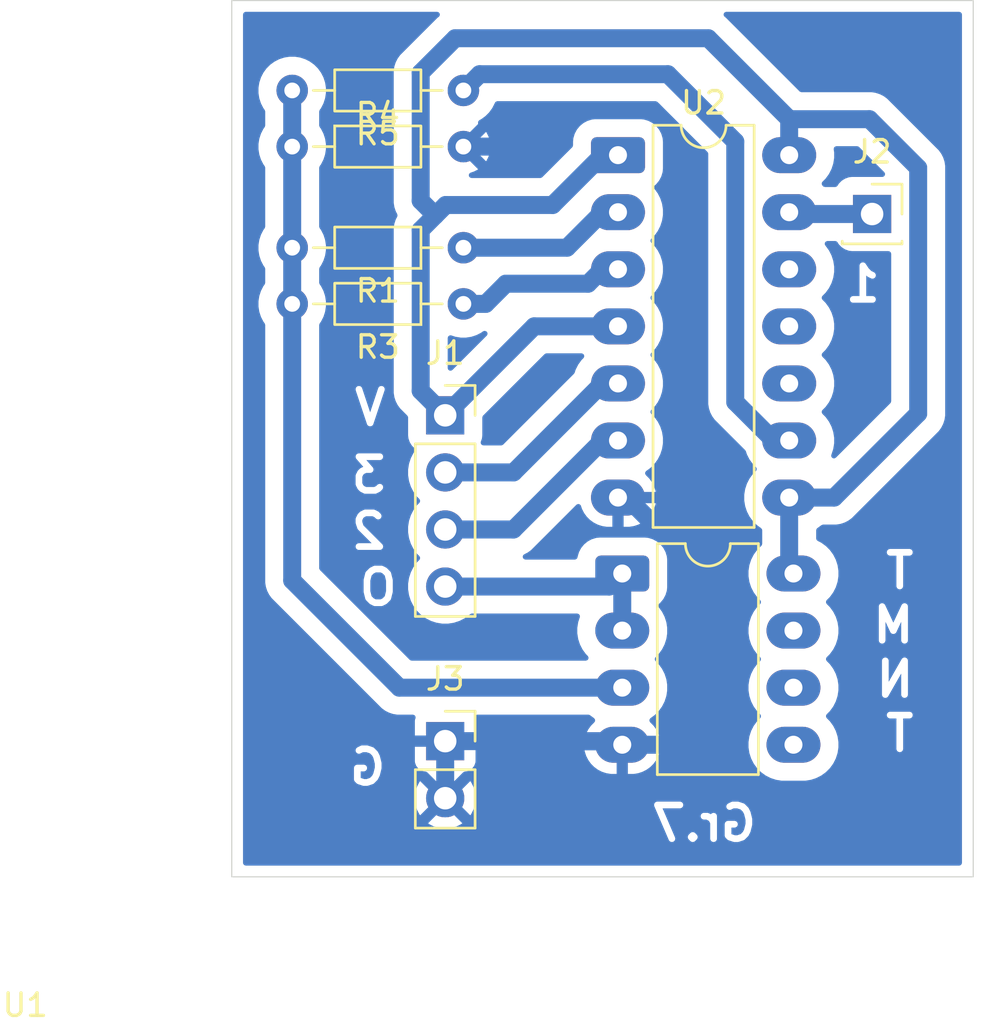
<source format=kicad_pcb>
(kicad_pcb (version 20241229) (generator "pcbnew") (generator_version "9.0")
  (layers (0 "F.Cu" signal) (2 "B.Cu" signal) (13 "F.Paste" user) (15 "B.Paste" user) (5 "F.SilkS" user "F.Silkscreen") (7 "B.SilkS" user "B.Silkscreen") (1 "F.Mask" user) (3 "B.Mask" user) (25 "Edge.Cuts" user))
  (net 0 "")
  (net 1 "/Vo")
  (net 2 "/C3")
  (net 3 "VCC")
  (net 4 "/C2")
  (net 5 "GND")
  (net 6 "/C1")
  (net 7 "Net-(U1A-+)")
  (net 8 "Net-(R1-Pad1)")
  (net 9 "Net-(R3-Pad1)")
  (net 10 "Net-(R5-Pad1)")
  (footprint "Package_DIP:DIP-8_W7.62mm_LongPads" (layer "F.Cu") (at 134.38 105.5)
    (property "Reference" "U1" (at -26.57 19.21 0) (layer "F.SilkS"))
    (property "Value" "MCP6002-xP")
    (fp_line (start 1.56 -1.33) (end 1.56 8.95) (stroke (width 0.12)) (layer "F.SilkS"))
    (fp_line (start 1.56 8.95) (end 6.06 8.95) (stroke (width 0.12)) (layer "F.SilkS"))
    (fp_line (start 2.81 -1.33) (end 1.56 -1.33) (stroke (width 0.12)) (layer "F.SilkS"))
    (fp_line (start 6.06 -1.33) (end 4.81 -1.33) (stroke (width 0.12)) (layer "F.SilkS"))
    (fp_line (start 6.06 8.95) (end 6.06 -1.33) (stroke (width 0.12)) (layer "F.SilkS"))
    (fp_arc (start 4.81 -1.33) (mid 3.81 -0.33) (end 2.81 -1.33) (stroke (width 0.12)) (layer "F.SilkS"))
    (pad "1" thru_hole roundrect (at 0 0) (size 2.4 1.6) (drill 0.8) (layers "*.Cu" "*.Mask") (roundrect_rratio 0.15625) (net 1 "/Vo"))
    (pad "2" thru_hole oval (at 0 2.54) (size 2.4 1.6) (drill 0.8) (layers "*.Cu" "*.Mask") (net 1 "/Vo"))
    (pad "3" thru_hole oval (at 0 5.08) (size 2.4 1.6) (drill 0.8) (layers "*.Cu" "*.Mask") (net 7 "Net-(U1A-+)"))
    (pad "4" thru_hole oval (at 0 7.62) (size 2.4 1.6) (drill 0.8) (layers "*.Cu" "*.Mask") (net 5 "GND"))
    (pad "5" thru_hole oval (at 7.62 7.62) (size 2.4 1.6) (drill 0.8) (layers "*.Cu" "*.Mask"))
    (pad "6" thru_hole oval (at 7.62 5.08) (size 2.4 1.6) (drill 0.8) (layers "*.Cu" "*.Mask"))
    (pad "7" thru_hole oval (at 7.62 2.54) (size 2.4 1.6) (drill 0.8) (layers "*.Cu" "*.Mask"))
    (pad "8" thru_hole oval (at 7.62 0) (size 2.4 1.6) (drill 0.8) (layers "*.Cu" "*.Mask") (net 3 "VCC"))
  )
  (footprint "Resistor_THT:R_Axial_DIN0204_L3.6mm_D1.6mm_P7.62mm_Horizontal" (layer "F.Cu") (at 127.31 84 180)
    (property "Reference" "R5" (at 3.81 -1.92 0) (layer "F.SilkS"))
    (property "Value" "32K4")
    (fp_line (start 6.68 0) (end 5.73 0) (stroke (width 0.12)) (layer "F.SilkS"))
    (fp_line (start 0.94 0) (end 1.89 0) (stroke (width 0.12)) (layer "F.SilkS"))
    (fp_rect (start 1.89 -0.92) (end 5.73 0.92) (stroke (width 0.12)) (fill no) (layer "F.SilkS"))
    (pad "1" thru_hole circle (at 0 0 180) (size 1.4 1.4) (drill 0.7) (layers "*.Cu" "*.Mask") (net 10 "Net-(R5-Pad1)"))
    (pad "2" thru_hole circle (at 7.62 0 180) (size 1.4 1.4) (drill 0.7) (layers "*.Cu" "*.Mask") (net 7 "Net-(U1A-+)"))
  )
  (footprint "Connector_PinSocket_2.54mm:PinSocket_1x01_P2.54mm_Vertical" (layer "F.Cu") (at 145.5 89.5)
    (property "Reference" "J2" (at 0 -2.77 0) (layer "F.SilkS"))
    (property "Value" "Conn_01x01_Pin")
    (fp_line (start -1.33 1.21) (end -1.33 1.33) (stroke (width 0.12)) (layer "F.SilkS"))
    (fp_line (start -1.33 1.33) (end 1.33 1.33) (stroke (width 0.12)) (layer "F.SilkS"))
    (fp_line (start 0 -1.33) (end 1.33 -1.33) (stroke (width 0.12)) (layer "F.SilkS"))
    (fp_line (start 1.33 -1.33) (end 1.33 0) (stroke (width 0.12)) (layer "F.SilkS"))
    (fp_line (start 1.33 1.21) (end 1.33 1.33) (stroke (width 0.12)) (layer "F.SilkS"))
    (pad "1" thru_hole rect (at 0 0) (size 1.7 1.7) (drill 1) (layers "*.Cu" "*.Mask") (net 6 "/C1"))
  )
  (footprint "Resistor_THT:R_Axial_DIN0204_L3.6mm_D1.6mm_P7.62mm_Horizontal" (layer "F.Cu") (at 119.69 86.5)
    (property "Reference" "R4" (at 3.81 -1.42 0) (layer "F.SilkS"))
    (property "Value" "10K")
    (fp_line (start 0.94 0) (end 1.89 0) (stroke (width 0.12)) (layer "F.SilkS"))
    (fp_line (start 6.68 0) (end 5.73 0) (stroke (width 0.12)) (layer "F.SilkS"))
    (fp_rect (start 1.89 -0.92) (end 5.73 0.92) (stroke (width 0.12)) (fill no) (layer "F.SilkS"))
    (pad "1" thru_hole circle (at 0 0) (size 1.4 1.4) (drill 0.7) (layers "*.Cu" "*.Mask") (net 7 "Net-(U1A-+)"))
    (pad "2" thru_hole circle (at 7.62 0) (size 1.4 1.4) (drill 0.7) (layers "*.Cu" "*.Mask") (net 5 "GND"))
  )
  (footprint "Connector_PinSocket_2.54mm:PinSocket_1x02_P2.54mm_Vertical" (layer "F.Cu") (at 126.5 112.96)
    (property "Reference" "J3" (at 0 -2.77 0) (layer "F.SilkS"))
    (property "Value" "Conn_01x02_Pin")
    (fp_line (start -1.33 1.27) (end -1.33 3.87) (stroke (width 0.12)) (layer "F.SilkS"))
    (fp_line (start -1.33 1.27) (end 1.33 1.27) (stroke (width 0.12)) (layer "F.SilkS"))
    (fp_line (start -1.33 3.87) (end 1.33 3.87) (stroke (width 0.12)) (layer "F.SilkS"))
    (fp_line (start 0 -1.33) (end 1.33 -1.33) (stroke (width 0.12)) (layer "F.SilkS"))
    (fp_line (start 1.33 -1.33) (end 1.33 0) (stroke (width 0.12)) (layer "F.SilkS"))
    (fp_line (start 1.33 1.27) (end 1.33 3.87) (stroke (width 0.12)) (layer "F.SilkS"))
    (pad "1" thru_hole rect (at 0 0) (size 1.7 1.7) (drill 1) (layers "*.Cu" "*.Mask") (net 5 "GND"))
    (pad "2" thru_hole circle (at 0 2.54) (size 1.7 1.7) (drill 1) (layers "*.Cu" "*.Mask") (net 5 "GND"))
  )
  (footprint "Resistor_THT:R_Axial_DIN0204_L3.6mm_D1.6mm_P7.62mm_Horizontal" (layer "F.Cu") (at 127.31 91 180)
    (property "Reference" "R1" (at 3.81 -1.92 0) (layer "F.SilkS"))
    (property "Value" "57K6")
    (fp_line (start 6.68 0) (end 5.73 0) (stroke (width 0.12)) (layer "F.SilkS"))
    (fp_line (start 0.94 0) (end 1.89 0) (stroke (width 0.12)) (layer "F.SilkS"))
    (fp_rect (start 1.89 -0.92) (end 5.73 0.92) (stroke (width 0.12)) (fill no) (layer "F.SilkS"))
    (pad "1" thru_hole circle (at 0 0 180) (size 1.4 1.4) (drill 0.7) (layers "*.Cu" "*.Mask") (net 8 "Net-(R1-Pad1)"))
    (pad "2" thru_hole circle (at 7.62 0 180) (size 1.4 1.4) (drill 0.7) (layers "*.Cu" "*.Mask") (net 7 "Net-(U1A-+)"))
  )
  (footprint "Resistor_THT:R_Axial_DIN0204_L3.6mm_D1.6mm_P7.62mm_Horizontal" (layer "F.Cu") (at 127.31 93.5 180)
    (property "Reference" "R3" (at 3.81 -1.92 0) (layer "F.SilkS"))
    (property "Value" "41K2")
    (fp_line (start 6.68 0) (end 5.73 0) (stroke (width 0.12)) (layer "F.SilkS"))
    (fp_line (start 0.94 0) (end 1.89 0) (stroke (width 0.12)) (layer "F.SilkS"))
    (fp_rect (start 1.89 -0.92) (end 5.73 0.92) (stroke (width 0.12)) (fill no) (layer "F.SilkS"))
    (pad "1" thru_hole circle (at 0 0 180) (size 1.4 1.4) (drill 0.7) (layers "*.Cu" "*.Mask") (net 9 "Net-(R3-Pad1)"))
    (pad "2" thru_hole circle (at 7.62 0 180) (size 1.4 1.4) (drill 0.7) (layers "*.Cu" "*.Mask") (net 7 "Net-(U1A-+)"))
  )
  (footprint "Connector_PinSocket_2.54mm:PinSocket_1x04_P2.54mm_Vertical" (layer "F.Cu") (at 126.5 98.46)
    (property "Reference" "J1" (at 0 -2.77 0) (layer "F.SilkS"))
    (property "Value" "Conn_01x04_Pin")
    (fp_line (start -1.33 1.27) (end -1.33 8.95) (stroke (width 0.12)) (layer "F.SilkS"))
    (fp_line (start -1.33 1.27) (end 1.33 1.27) (stroke (width 0.12)) (layer "F.SilkS"))
    (fp_line (start -1.33 8.95) (end 1.33 8.95) (stroke (width 0.12)) (layer "F.SilkS"))
    (fp_line (start 0 -1.33) (end 1.33 -1.33) (stroke (width 0.12)) (layer "F.SilkS"))
    (fp_line (start 1.33 -1.33) (end 1.33 0) (stroke (width 0.12)) (layer "F.SilkS"))
    (fp_line (start 1.33 1.27) (end 1.33 8.95) (stroke (width 0.12)) (layer "F.SilkS"))
    (pad "1" thru_hole rect (at 0 0) (size 1.7 1.7) (drill 1) (layers "*.Cu" "*.Mask") (net 3 "VCC"))
    (pad "2" thru_hole circle (at 0 2.54) (size 1.7 1.7) (drill 1) (layers "*.Cu" "*.Mask") (net 4 "/C2"))
    (pad "3" thru_hole circle (at 0 5.08) (size 1.7 1.7) (drill 1) (layers "*.Cu" "*.Mask") (net 2 "/C3"))
    (pad "4" thru_hole circle (at 0 7.62) (size 1.7 1.7) (drill 1) (layers "*.Cu" "*.Mask") (net 1 "/Vo"))
  )
  (footprint "Package_DIP:DIP-14_W7.62mm_LongPads" (layer "F.Cu") (at 134.19 86.88)
    (property "Reference" "U2" (at 3.81 -2.33 0) (layer "F.SilkS"))
    (property "Value" "CD4066BE")
    (fp_line (start 1.56 -1.33) (end 1.56 16.57) (stroke (width 0.12)) (layer "F.SilkS"))
    (fp_line (start 1.56 16.57) (end 6.06 16.57) (stroke (width 0.12)) (layer "F.SilkS"))
    (fp_line (start 2.81 -1.33) (end 1.56 -1.33) (stroke (width 0.12)) (layer "F.SilkS"))
    (fp_line (start 6.06 -1.33) (end 4.81 -1.33) (stroke (width 0.12)) (layer "F.SilkS"))
    (fp_line (start 6.06 16.57) (end 6.06 -1.33) (stroke (width 0.12)) (layer "F.SilkS"))
    (fp_arc (start 4.81 -1.33) (mid 3.81 -0.33) (end 2.81 -1.33) (stroke (width 0.12)) (layer "F.SilkS"))
    (pad "1" thru_hole roundrect (at 0 0) (size 2.4 1.6) (drill 0.8) (layers "*.Cu" "*.Mask") (roundrect_rratio 0.15625) (net 3 "VCC"))
    (pad "2" thru_hole oval (at 0 2.54) (size 2.4 1.6) (drill 0.8) (layers "*.Cu" "*.Mask") (net 8 "Net-(R1-Pad1)"))
    (pad "3" thru_hole oval (at 0 5.08) (size 2.4 1.6) (drill 0.8) (layers "*.Cu" "*.Mask") (net 9 "Net-(R3-Pad1)"))
    (pad "4" thru_hole oval (at 0 7.62) (size 2.4 1.6) (drill 0.8) (layers "*.Cu" "*.Mask") (net 3 "VCC"))
    (pad "5" thru_hole oval (at 0 10.16) (size 2.4 1.6) (drill 0.8) (layers "*.Cu" "*.Mask") (net 4 "/C2"))
    (pad "6" thru_hole oval (at 0 12.7) (size 2.4 1.6) (drill 0.8) (layers "*.Cu" "*.Mask") (net 2 "/C3"))
    (pad "7" thru_hole oval (at 0 15.24) (size 2.4 1.6) (drill 0.8) (layers "*.Cu" "*.Mask") (net 5 "GND"))
    (pad "8" thru_hole oval (at 7.62 15.24) (size 2.4 1.6) (drill 0.8) (layers "*.Cu" "*.Mask") (net 3 "VCC"))
    (pad "9" thru_hole oval (at 7.62 12.7) (size 2.4 1.6) (drill 0.8) (layers "*.Cu" "*.Mask") (net 10 "Net-(R5-Pad1)"))
    (pad "10" thru_hole oval (at 7.62 10.16) (size 2.4 1.6) (drill 0.8) (layers "*.Cu" "*.Mask"))
    (pad "11" thru_hole oval (at 7.62 7.62) (size 2.4 1.6) (drill 0.8) (layers "*.Cu" "*.Mask"))
    (pad "12" thru_hole oval (at 7.62 5.08) (size 2.4 1.6) (drill 0.8) (layers "*.Cu" "*.Mask"))
    (pad "13" thru_hole oval (at 7.62 2.54) (size 2.4 1.6) (drill 0.8) (layers "*.Cu" "*.Mask") (net 6 "/C1"))
    (pad "14" thru_hole oval (at 7.62 0) (size 2.4 1.6) (drill 0.8) (layers "*.Cu" "*.Mask") (net 3 "VCC"))
  )
  (gr_rect (start 117 80) (end 150 119) (stroke (width 0.05)) (fill no) (layer "Edge.Cuts"))
  (gr_text "O" (at 124.5 107 0) (layer "B.Cu" knockout) (effects (font (size 1.5 1.5) (thickness 0.3) (bold yes)) (justify left bottom mirror)))
  (gr_text "V\n" (at 124 99 0) (layer "B.Cu" knockout) (effects (font (size 1.5 1.5) (thickness 0.3) (bold yes)) (justify left bottom mirror)))
  (gr_text "Gr.7" (at 140.5 117.5 0) (layer "B.Cu" knockout) (effects (font (size 1.5 1.5) (thickness 0.3) (bold yes)) (justify left bottom mirror)))
  (gr_text "G" (at 124 115 0) (layer "B.Cu" knockout) (effects (font (size 1.5 1.5) (thickness 0.3) (bold yes)) (justify left bottom mirror)))
  (gr_text "T\nM\nN\nT" (at 147.5 113.5 0) (layer "B.Cu" knockout) (effects (font (size 1.5 1.5) (thickness 0.3) (bold yes)) (justify left bottom mirror)))
  (gr_text "1" (at 146 93.5 0) (layer "B.Cu" knockout) (effects (font (size 1.5 1.5) (thickness 0.3) (bold yes)) (justify left bottom mirror)))
  (gr_text "3" (at 124 102 0) (layer "B.Cu" knockout) (effects (font (size 1.5 1.5) (thickness 0.3) (bold yes)) (justify left bottom mirror)))
  (gr_text "2" (at 124 104.5 0) (layer "B.Cu" knockout) (effects (font (size 1.5 1.5) (thickness 0.3) (bold yes)) (justify left bottom mirror)))
  (segment (start 134.38 105.5) (end 134.38 108.04) (width 0.8) (layer "B.Cu") (net 1))
  (segment (start 133.8 106.08) (end 134.38 105.5) (width 0.8) (layer "B.Cu") (net 1))
  (segment (start 126.5 106.08) (end 133.8 106.08) (width 0.8) (layer "B.Cu") (net 1))
  (segment (start 133.500159 99.58) (end 134.19 99.58) (width 0.8) (layer "B.Cu") (net 2))
  (segment (start 126.5 103.54) (end 129.540159 103.54) (width 0.8) (layer "B.Cu") (net 2))
  (segment (start 129.540159 103.54) (end 133.500159 99.58) (width 0.8) (layer "B.Cu") (net 2))
  (segment (start 138.207 81.677) (end 141.81 85.28) (width 0.8) (layer "B.Cu") (net 3))
  (segment (start 134.19 86.88) (end 133.500159 86.88) (width 0.8) (layer "B.Cu") (net 3))
  (segment (start 126.06079 89.56079) (end 125.409 88.909) (width 0.8) (layer "B.Cu") (net 3))
  (segment (start 133.500159 86.88) (end 131.281159 89.099) (width 0.8) (layer "B.Cu") (net 3))
  (segment (start 126.52258 89.099) (end 126.06079 89.56079) (width 0.8) (layer "B.Cu") (net 3))
  (segment (start 126.94458 81.677) (end 138.207 81.677) (width 0.8) (layer "B.Cu") (net 3))
  (segment (start 141.81 105.31) (end 142 105.5) (width 0.8) (layer "B.Cu") (net 3))
  (segment (start 125.409 83.21258) (end 126.94458 81.677) (width 0.8) (layer "B.Cu") (net 3))
  (segment (start 126.06079 89.56079) (end 125.409 90.21258) (width 0.8) (layer "B.Cu") (net 3))
  (segment (start 131.281159 89.099) (end 126.52258 89.099) (width 0.8) (layer "B.Cu") (net 3))
  (segment (start 130.46 94.5) (end 134.19 94.5) (width 0.8) (layer "B.Cu") (net 3))
  (segment (start 141.81 85.28) (end 141.81 86.88) (width 0.8) (layer "B.Cu") (net 3))
  (segment (start 125.409 88.909) (end 125.409 83.21258) (width 0.8) (layer "B.Cu") (net 3))
  (segment (start 143.81 102.12) (end 141.81 102.12) (width 0.8) (layer "B.Cu") (net 3))
  (segment (start 147.551 87.449) (end 147.551 98.379) (width 0.8) (layer "B.Cu") (net 3))
  (segment (start 141.81 85.28) (end 145.382 85.28) (width 0.8) (layer "B.Cu") (net 3))
  (segment (start 147.551 98.379) (end 143.81 102.12) (width 0.8) (layer "B.Cu") (net 3))
  (segment (start 145.382 85.28) (end 147.551 87.449) (width 0.8) (layer "B.Cu") (net 3))
  (segment (start 125.409 97.369) (end 126.5 98.46) (width 0.8) (layer "B.Cu") (net 3))
  (segment (start 125.409 90.21258) (end 125.409 97.369) (width 0.8) (layer "B.Cu") (net 3))
  (segment (start 126.5 98.46) (end 130.46 94.5) (width 0.8) (layer "B.Cu") (net 3))
  (segment (start 141.81 102.12) (end 141.81 105.31) (width 0.8) (layer "B.Cu") (net 3))
  (segment (start 129.540159 101) (end 133.500159 97.04) (width 0.8) (layer "B.Cu") (net 4))
  (segment (start 126.5 101) (end 129.540159 101) (width 0.8) (layer "B.Cu") (net 4))
  (segment (start 133.500159 97.04) (end 134.19 97.04) (width 0.8) (layer "B.Cu") (net 4))
  (segment (start 134.38 113.12) (end 136.38 113.12) (width 0.8) (layer "B.Cu") (net 5))
  (segment (start 136.781 104.311) (end 134.59 102.12) (width 0.8) (layer "B.Cu") (net 5))
  (segment (start 129.306 86.5) (end 127.31 86.5) (width 0.8) (layer "B.Cu") (net 5))
  (segment (start 126.5 115.5) (end 126.5 112.96) (width 0.8) (layer "B.Cu") (net 5))
  (segment (start 136.781 85.91205) (end 135.74795 84.879) (width 0.8) (layer "B.Cu") (net 5))
  (segment (start 130.927 84.879) (end 129.306 86.5) (width 0.8) (layer "B.Cu") (net 5))
  (segment (start 135.74795 84.879) (end 130.927 84.879) (width 0.8) (layer "B.Cu") (net 5))
  (segment (start 136.781 112.719) (end 136.781 104.311) (width 0.8) (layer "B.Cu") (net 5))
  (segment (start 136.781 104.311) (end 136.781 85.91205) (width 0.8) (layer "B.Cu") (net 5))
  (segment (start 136.38 113.12) (end 136.781 112.719) (width 0.8) (layer "B.Cu") (net 5))
  (segment (start 134.59 102.12) (end 134.19 102.12) (width 0.8) (layer "B.Cu") (net 5))
  (segment (start 126.5 112.96) (end 134.22 112.96) (width 0.8) (layer "B.Cu") (net 5))
  (segment (start 134.22 112.96) (end 134.38 113.12) (width 0.8) (layer "B.Cu") (net 5))
  (segment (start 145.5 89.5) (end 141.89 89.5) (width 0.8) (layer "B.Cu") (net 6))
  (segment (start 141.89 89.5) (end 141.81 89.42) (width 0.8) (layer "B.Cu") (net 6))
  (segment (start 124.459787 110.58) (end 134.38 110.58) (width 0.8) (layer "B.Cu") (net 7))
  (segment (start 119.69 93.5) (end 119.69 105.810213) (width 0.8) (layer "B.Cu") (net 7))
  (segment (start 119.69 86.5) (end 119.69 84) (width 0.8) (layer "B.Cu") (net 7))
  (segment (start 119.69 105.810213) (end 124.459787 110.58) (width 0.8) (layer "B.Cu") (net 7))
  (segment (start 119.69 91) (end 119.69 86.5) (width 0.8) (layer "B.Cu") (net 7))
  (segment (start 119.69 91) (end 119.69 93.5) (width 0.8) (layer "B.Cu") (net 7))
  (segment (start 133.500159 89.42) (end 134.19 89.42) (width 0.8) (layer "B.Cu") (net 8))
  (segment (start 127.31 91) (end 131.920159 91) (width 0.8) (layer "B.Cu") (net 8))
  (segment (start 131.920159 91) (end 133.500159 89.42) (width 0.8) (layer "B.Cu") (net 8))
  (segment (start 132.859159 92.601) (end 133.500159 91.96) (width 0.8) (layer "B.Cu") (net 9))
  (segment (start 127.31 93.5) (end 128.299949 93.5) (width 0.8) (layer "B.Cu") (net 9))
  (segment (start 128.299949 93.5) (end 129.198949 92.601) (width 0.8) (layer "B.Cu") (net 9))
  (segment (start 133.500159 91.96) (end 134.19 91.96) (width 0.8) (layer "B.Cu") (net 9))
  (segment (start 129.198949 92.601) (end 132.859159 92.601) (width 0.8) (layer "B.Cu") (net 9))
  (segment (start 128.032 83.278) (end 136.411106 83.278) (width 0.8) (layer "B.Cu") (net 10))
  (segment (start 127.31 84) (end 128.032 83.278) (width 0.8) (layer "B.Cu") (net 10))
  (segment (start 139.409 97.868841) (end 141.120159 99.58) (width 0.8) (layer "B.Cu") (net 10))
  (segment (start 136.411106 83.278) (end 139.409 86.275894) (width 0.8) (layer "B.Cu") (net 10))
  (segment (start 139.409 86.275894) (end 139.409 97.868841) (width 0.8) (layer "B.Cu") (net 10))
  (segment (start 141.120159 99.58) (end 141.81 99.58) (width 0.8) (layer "B.Cu") (net 10))
  (zone (net 5) (net_name "GND") (layer "B.Cu") (connect_pads (clearance 0.5)) (min_thickness 0.25) (fill yes (thermal_gap 0.5) (thermal_bridge_width 0.5) (island_removal_mode 1) (island_area_min 10))
    (polygon (pts (xy 117 80) (xy 117 119) (xy 150 119) (xy 150 80)))
  )
)
</source>
